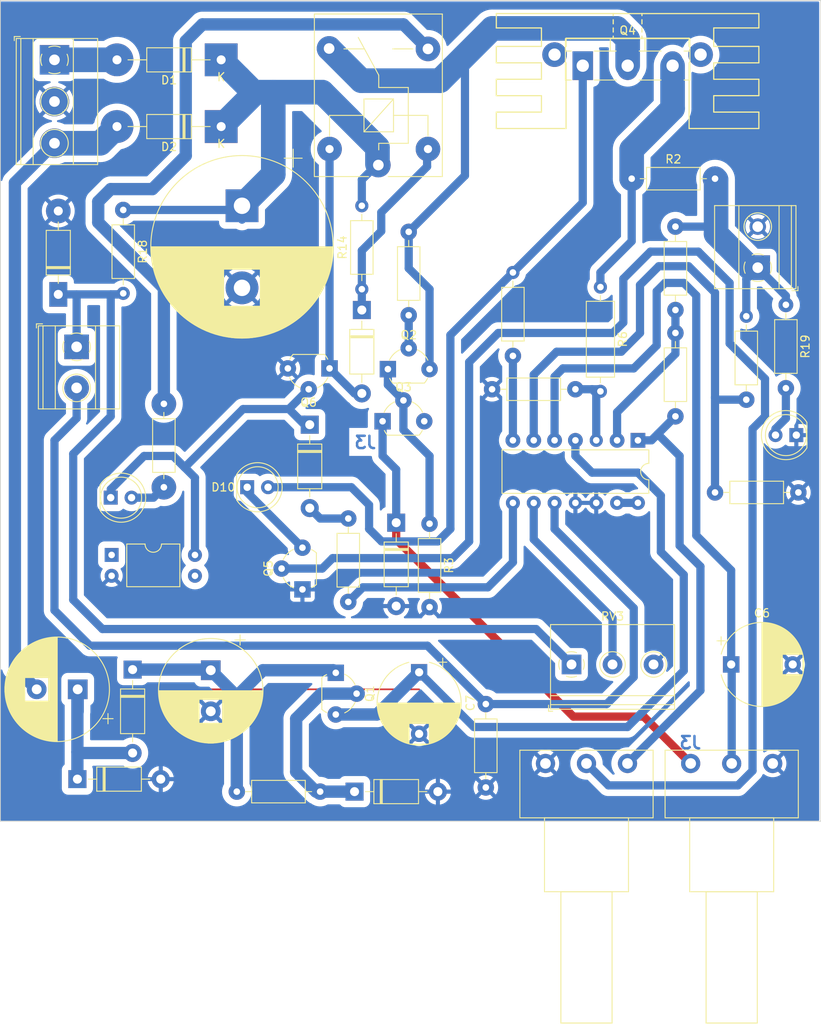
<source format=kicad_pcb>
(kicad_pcb (version 20221018) (generator pcbnew)
  (layers (0 "F.Cu" jumper) (31 "B.Cu" signal) (34 "B.Paste" user) (35 "F.Paste" user) (36 "B.SilkS" user "B.Silkscreen") (37 "F.SilkS" user "F.Silkscreen") (38 "B.Mask" user) (39 "F.Mask" user) (44 "Edge.Cuts" user))
  (net 0 "")
  (net 1 "V_ret")
  (net 2 "GND")
  (net 3 "Net-(D3-A)")
  (net 4 "/V_in-")
  (net 5 "Net-(D3-K)")
  (net 6 "VCC")
  (net 7 "/V_in+")
  (net 8 "Net-(D7-K)")
  (net 9 "Net-(D7-A)")
  (net 10 "Net-(D8-A)")
  (net 11 "/V_Ref_T")
  (net 12 "Net-(Q2-C)")
  (net 13 "Net-(Q2-B)")
  (net 14 "Net-(Q2-E)")
  (net 15 "/V_out")
  (net 16 "Net-(U1A-+)")
  (net 17 "Net-(U1A--)")
  (net 18 "V_ref")
  (net 19 "Net-(R11-Pad1)")
  (net 20 "/V_Vmax")
  (net 21 "Net-(D11-K)")
  (net 22 "Net-(D10-K)")
  (net 23 "NO")
  (net 24 "V_ntc")
  (net 25 "/V_shant")
  (net 28 "Net-(U1D--)")
  (net 29 "/V_max_A")
  (net 30 "/V_dif_op")
  (net 31 "/V_ref_VCC")
  (net 32 "/V_Led_Lrg")
  (net 33 "/V_Led_Red")
  (net 34 "/V_Led_G")
  (net 35 "/V_op_T")
  (net 36 "/V_Vmax-")
  (net 37 "/V_max_T")
  (footprint "Capacitor_THT:CP_Radial_D10.0mm_P7.50mm" (layer "F.Cu") (at 66.04 89.854323 -90)
    (fp_text reference "C7" (at 3.75 -6.25 90) (layer "F.SilkS"))
    (fp_text value "100n")
    (pad "1" thru_hole rect (at 0 0 270) (size 2 2) (drill 1) (layers "*.Cu" "*.Mask") (net 6 "VCC"))
    (pad "2" thru_hole circle (at 7.5 0 270) (size 2 2) (drill 1) (layers "*.Cu" "*.Mask") (net 2 "GND"))
  )
  (footprint "Diode_THT:D_DO-41_SOD81_P12.70mm_Horizontal" (layer "F.Cu") (at 41.91 23.368 180)
    (fp_text reference "D2" (at 6.35 -2.47 180) (layer "F.SilkS"))
    (fp_text value "1N4007")
    (fp_text user "K" (at 0 -2.1 180) (layer "F.SilkS"))
    (pad "1" thru_hole rect (at 0 0 180) (size 4 4) (drill 1.1) (layers "*.Cu" "*.Mask") (net 1 "V_ret"))
    (pad "2" thru_hole circle (at 12.7 0 180) (size 4 4) (drill 1.1) (layers "*.Cu" "*.Mask") (net 4 "/V_in-"))
  )
  (footprint "Package_TO_SOT_THT:TO-92L_Wide" (layer "F.Cu") (at 51.816 79.756 90)
    (fp_text reference "Q5" (at 2.55 -4.15 90) (layer "F.SilkS"))
    (fp_text value "2N7000")
    (pad "1" thru_hole rect (at 0 0 90) (size 2 2) (drill 0.8) (layers "*.Cu" "*.Mask") (net 2 "GND"))
    (pad "2" thru_hole circle (at 2.54 -2.54 90) (size 2 2) (drill 0.8) (layers "*.Cu" "*.Mask") (net 29 "/V_max_A"))
    (pad "3" thru_hole circle (at 5.08 0 90) (size 2 2) (drill 0.8) (layers "*.Cu" "*.Mask") (net 22 "Net-(D10-K)"))
  )
  (footprint "Diode_THT:D_DO-41_SOD81_P10.16mm_Horizontal" (layer "F.Cu") (at 31.115 89.525959 -90)
    (fp_text reference "D3" hide)
    (fp_text value "1N4007" hide)
    (pad "1" thru_hole rect (at 0 0 270) (size 2.2 2.2) (drill 1.1) (layers "*.Cu" "*.Mask") (net 5 "Net-(D3-K)"))
    (pad "2" thru_hole oval (at 10.16 0 270) (size 2.2 2.2) (drill 1.1) (layers "*.Cu" "*.Mask") (net 3 "Net-(D3-A)"))
  )
  (footprint "Resistor_THT:R_Axial_DIN0207_L6.3mm_D2.5mm_P10.16mm_Horizontal" (layer "F.Cu") (at 43.815 104.394)
    (fp_text reference "R1" hide)
    (fp_text value "1k")
    (pad "1" thru_hole circle (at 0 0) (size 2 2) (drill 0.8) (layers "*.Cu" "*.Mask") (net 5 "Net-(D3-K)"))
    (pad "2" thru_hole circle (at 10.16 0) (size 2 2) (drill 0.8) (layers "*.Cu" "*.Mask") (net 31 "/V_ref_VCC"))
  )
  (footprint "Package_TO_SOT_THT:TO-92L_Wide" (layer "F.Cu") (at 61.585 59.27)
    (fp_text reference "Q3" (at 2.55 -4.15) (layer "F.SilkS"))
    (fp_text value "BC556")
    (pad "1" thru_hole rect (at 0 0) (size 2 2) (drill 0.8) (layers "*.Cu" "*.Mask") (net 18 "V_ref"))
    (pad "2" thru_hole circle (at 2.54 -2.54) (size 2 2) (drill 0.8) (layers "*.Cu" "*.Mask") (net 12 "Net-(Q2-C)"))
    (pad "3" thru_hole circle (at 5.08 0) (size 2 2) (drill 0.8) (layers "*.Cu" "*.Mask") (net 13 "Net-(Q2-B)"))
  )
  (footprint "Resistor_THT:R_Axial_DIN0207_L6.3mm_D2.5mm_P10.16mm_Horizontal" (layer "F.Cu") (at 110.744 45.085 -90)
    (fp_text reference "R19" (at 5.08 -2.37 90) (layer "F.SilkS"))
    (fp_text value "R" hide)
    (pad "1" thru_hole circle (at 0 0 270) (size 1.8 1.8) (drill 0.8) (layers "*.Cu" "*.Mask") (net 15 "/V_out"))
    (pad "2" thru_hole circle (at 10.16 0 270) (size 2 2) (drill 0.8) (layers "*.Cu" "*.Mask") (net 34 "/V_Led_G"))
  )
  (footprint "Resistor_THT:R_Axial_DIN0207_L6.3mm_D2.5mm_P10.16mm_Horizontal" (layer "F.Cu") (at 97.282 35.56 -90)
    (fp_text reference "R7" hide)
    (fp_text value "R" hide)
    (pad "1" thru_hole circle (at 0 0 270) (size 2 2) (drill 0.8) (layers "*.Cu" "*.Mask") (net 15 "/V_out"))
    (pad "2" thru_hole circle (at 10.16 0 270) (size 2 2) (drill 0.8) (layers "*.Cu" "*.Mask") (net 17 "Net-(U1A--)"))
  )
  (footprint "Potentiometer_THT:Potentiometer_Piher_PC-16_Single_Horizontal" (layer "F.Cu") (at 99.14 100.965 -90)
    (fp_text reference "RV1" hide)
    (fp_text value "R_Potentiometer" hide)
    (pad "1" thru_hole circle (at 0 0 270) (size 2.34 2.34) (drill 1.3) (layers "*.Cu" "*.Mask") (net 18 "V_ref"))
    (pad "2" thru_hole circle (at 0 -5 270) (size 2.34 2.34) (drill 1.3) (layers "*.Cu" "*.Mask") (net 20 "/V_Vmax"))
    (pad "3" thru_hole circle (at 0 -10 270) (size 2.34 2.34) (drill 1.3) (layers "*.Cu" "*.Mask") (net 2 "GND"))
  )
  (footprint "Capacitor_THT:CP_Radial_D12.5mm_P5.00mm" (layer "F.Cu") (at 40.64 89.605959 -90)
    (fp_text reference "C3" hide)
    (fp_text value "330u" hide)
    (pad "1" thru_hole rect (at 0 0 270) (size 2.4 2.4) (drill 1.2) (layers "*.Cu" "*.Mask") (net 5 "Net-(D3-K)"))
    (pad "2" thru_hole circle (at 5 0 270) (size 2.4 2.4) (drill 1.2) (layers "*.Cu" "*.Mask") (net 2 "GND"))
  )
  (footprint "Resistor_THT:R_Axial_DIN0207_L6.3mm_D2.5mm_P10.16mm_Horizontal" (layer "F.Cu") (at 57.404 81.28 90)
    (fp_text reference "R16" hide)
    (fp_text value "R" hide)
    (pad "1" thru_hole circle (at 0 0 90) (size 2 2) (drill 0.8) (layers "*.Cu" "*.Mask") (net 35 "/V_op_T"))
    (pad "2" thru_hole circle (at 10.16 0 90) (size 2 2) (drill 0.8) (layers "*.Cu" "*.Mask") (net 10 "Net-(D8-A)"))
  )
  (footprint "Package_DIP:DIP-14_W7.62mm" (layer "F.Cu") (at 92.71 61.595 -90)
    (fp_text reference "U1" hide)
    (fp_text value "LM324" hide)
    (pad "1" thru_hole rect (at 0 0 270) (size 1.8 1.8) (drill 0.8) (layers "*.Cu" "*.Mask") (net 30 "/V_dif_op"))
    (pad "2" thru_hole oval (at 0 2.54 270) (size 1.8 1.8) (drill 0.8) (layers "*.Cu" "*.Mask") (net 17 "Net-(U1A--)"))
    (pad "3" thru_hole oval (at 0 5.08 270) (size 1.6 1.6) (drill 0.8) (layers "*.Cu" "*.Mask") (net 16 "Net-(U1A-+)"))
    (pad "4" thru_hole oval (at 0 7.62 270) (size 1.8 1.8) (drill 0.8) (layers "*.Cu" "*.Mask") (net 6 "VCC"))
    (pad "5" thru_hole oval (at 0 10.16 270) (size 1.8 1.8) (drill 0.8) (layers "*.Cu" "*.Mask") (net 20 "/V_Vmax"))
    (pad "6" thru_hole oval (at 0 12.7 270) (size 1.8 1.8) (drill 0.8) (layers "*.Cu" "*.Mask") (net 36 "/V_Vmax-"))
    (pad "7" thru_hole oval (at 0 15.24 270) (size 1.8 1.8) (drill 0.8) (layers "*.Cu" "*.Mask") (net 19 "Net-(R11-Pad1)"))
    (pad "8" thru_hole oval (at 7.62 15.24 270) (size 1.7 1.7) (drill 0.8) (layers "*.Cu" "*.Mask") (net 35 "/V_op_T"))
    (pad "9" thru_hole oval (at 7.62 12.7 270) (size 1.7 1.7) (drill 0.8) (layers "*.Cu" "*.Mask") (net 37 "/V_max_T"))
    (pad "10" thru_hole oval (at 7.62 10.16 270) (size 1.7 1.7) (drill 0.8) (layers "*.Cu" "*.Mask") (net 24 "V_ntc"))
    (pad "11" thru_hole oval (at 7.62 7.62 270) (size 1.6 1.6) (drill 0.8) (layers "*.Cu" "*.Mask") (net 2 "GND"))
    (pad "12" thru_hole oval (at 7.62 5.08 270) (size 1.7 1.7) (drill 0.8) (layers "*.Cu" "*.Mask") (net 2 "GND"))
    (pad "13" thru_hole oval (at 7.62 2.54 270) (size 1.7 1.7) (drill 0.8) (layers "*.Cu" "*.Mask") (net 28 "Net-(U1D--)"))
    (pad "14" thru_hole oval (at 7.62 0 270) (size 1.7 1.7) (drill 0.8) (layers "*.Cu" "*.Mask") (net 28 "Net-(U1D--)"))
  )
  (footprint "Resistor_THT:R_Axial_DIN0207_L6.3mm_D2.5mm_P10.16mm_Horizontal" (layer "F.Cu") (at 91.948 29.718)
    (fp_text reference "R2" (at 5.08 -2.37) (layer "F.SilkS"))
    (fp_text value "R_Small")
    (pad "1" thru_hole circle (at 0 0) (size 3 3) (drill 0.8) (layers "*.Cu" "*.Mask") (net 25 "/V_shant"))
    (pad "2" thru_hole circle (at 10.16 0) (size 3 3) (drill 0.8) (layers "*.Cu" "*.Mask") (net 15 "/V_out"))
  )
  (footprint "Resistor_THT:R_Axial_DIN0207_L6.3mm_D2.5mm_P10.16mm_Horizontal" (layer "F.Cu") (at 34.925 57.15 -90)
    (fp_text reference "R4" hide)
    (fp_text value "R" hide)
    (pad "1" thru_hole circle (at 0 0 270) (size 3 3) (drill 0.8) (layers "*.Cu" "*.Mask") (net 23 "NO"))
    (pad "2" thru_hole circle (at 10.16 0 270) (size 3 3) (drill 0.8) (layers "*.Cu" "*.Mask") (net 33 "/V_Led_Red"))
  )
  (footprint "TerminalBlock_Phoenix:TerminalBlock_Phoenix_MKDS-1,5-2_1x02_P5.00mm_Horizontal" (layer "F.Cu") (at 24.29 50.205 -90)
    (fp_text reference "J4" hide)
    (fp_text value "Screw_Terminal_01x02" hide)
    (pad "1" thru_hole rect (at 0 0 270) (size 3 3) (drill 1.3) (layers "*.Cu" "*.Mask") (net 11 "/V_Ref_T"))
    (pad "2" thru_hole circle (at 5 0 270) (size 3 3) (drill 1.3) (layers "*.Cu" "*.Mask") (net 24 "V_ntc"))
  )
  (footprint "Diode_THT:D_DO-41_SOD81_P10.16mm_Horizontal" (layer "F.Cu") (at 22.055 43.815 90)
    (fp_text reference "D9" hide)
    (fp_text value "1N53xxB" hide)
    (pad "1" thru_hole rect (at 0 0 90) (size 3 2.2) (drill 1.1) (layers "*.Cu" "*.Mask") (net 11 "/V_Ref_T"))
    (pad "2" thru_hole circle (at 10.16 0 90) (size 3 3) (drill 1.1) (layers "*.Cu" "*.Mask") (net 2 "GND"))
  )
  (footprint "Resistor_THT:R_Axial_DIN0207_L6.3mm_D2.5mm_P10.16mm_Horizontal" (layer "F.Cu") (at 74.168 93.726 -90)
    (fp_text reference "R13" hide)
    (fp_text value "R" hide)
    (pad "1" thru_hole circle (at 0 0 270) (size 2 2) (drill 0.8) (layers "*.Cu" "*.Mask") (net 24 "V_ntc"))
    (pad "2" thru_hole circle (at 10.16 0 270) (size 2 2) (drill 0.8) (layers "*.Cu" "*.Mask") (net 2 "GND"))
  )
  (footprint "Capacitor_THT:CP_Radial_D22.0mm_P10.00mm_SnapIn" (layer "F.Cu") (at 44.45 33.02 -90)
    (fp_text reference "C1" hide)
    (fp_text value "C_Polarized" hide)
    (pad "1" thru_hole rect (at 0 0 270) (size 4 4) (drill 2) (layers "*.Cu" "*.Mask") (net 1 "V_ret"))
    (pad "2" thru_hole circle (at 10 0 270) (size 4 4) (drill 2) (layers "*.Cu" "*.Mask") (net 2 "GND"))
  )
  (footprint "Capacitor_THT:CP_Radial_D12.5mm_P5.00mm" (layer "F.Cu") (at 24.421959 91.929918 180)
    (fp_text reference "C2" hide)
    (fp_text value "330u" hide)
    (pad "1" thru_hole rect (at 0 0 180) (size 2.4 2.4) (drill 1.2) (layers "*.Cu" "*.Mask") (net 3 "Net-(D3-A)"))
    (pad "2" thru_hole circle (at 5 0 180) (size 2.4 2.4) (drill 1.2) (layers "*.Cu" "*.Mask") (net 4 "/V_in-"))
  )
  (footprint "Diode_THT:D_DO-41_SOD81_P10.16mm_Horizontal" (layer "F.Cu") (at 59.055 45.72 -90)
    (fp_text reference "D7" hide)
    (fp_text value "1N4007" hide)
    (pad "1" thru_hole rect (at 0 0 270) (size 2.2 2.2) (drill 1.1) (layers "*.Cu" "*.Mask") (net 8 "Net-(D7-K)"))
    (pad "2" thru_hole oval (at 10.16 0 270) (size 2.2 2.2) (drill 1.1) (layers "*.Cu" "*.Mask") (net 9 "Net-(D7-A)"))
  )
  (footprint "Resistor_THT:R_Axial_DIN0207_L6.3mm_D2.5mm_P10.16mm_Horizontal" (layer "F.Cu") (at 67.31 71.755 -90)
    (fp_text reference "R3" (at 5.08 -2.37 90) (layer "F.SilkS"))
    (fp_text value "R")
    (pad "1" thru_hole circle (at 0 0 270) (size 2 2) (drill 0.8) (layers "*.Cu" "*.Mask") (net 12 "Net-(Q2-C)"))
    (pad "2" thru_hole circle (at 10.16 0 270) (size 2 2) (drill 0.8) (layers "*.Cu" "*.Mask") (net 2 "GND"))
  )
  (footprint "Diode_THT:D_DO-41_SOD81_P10.16mm_Horizontal" (layer "F.Cu") (at 63.246 71.628 -90)
    (fp_text reference "D6" hide)
    (fp_text value "1N53xxB" hide)
    (pad "1" thru_hole rect (at 0 0 270) (size 2.2 2.2) (drill 1.1) (layers "*.Cu" "*.Mask") (net 18 "V_ref"))
    (pad "2" thru_hole oval (at 10.16 0 270) (size 2.2 2.2) (drill 1.1) (layers "*.Cu" "*.Mask") (net 2 "GND"))
  )
  (footprint "Resistor_THT:R_Axial_DIN0207_L6.3mm_D2.5mm_P10.16mm_Horizontal" (layer "F.Cu") (at 105.918 46.482 -90)
    (fp_text reference "R12" hide)
    (fp_text value "R" hide)
    (pad "1" thru_hole circle (at 0 0 270) (size 1.6 1.6) (drill 0.8) (layers "*.Cu" "*.Mask") (net 15 "/V_out"))
    (pad "2" thru_hole circle (at 10.16 0 270) (size 2 2) (drill 0.8) (layers "*.Cu" "*.Mask") (net 36 "/V_Vmax-"))
  )
  (footprint "LED_THT:LED_D5.0mm" (layer "F.Cu") (at 28.443 68.58)
    (fp_text reference "D11" hide)
    (fp_text value "LED")
    (pad "1" thru_hole rect (at 0 0) (size 1.7 1.7) (drill 0.9) (layers "*.Cu" "*.Mask") (net 21 "Net-(D11-K)"))
    (pad "2" thru_hole circle (at 2.54 0) (size 1.7 1.7) (drill 0.9) (layers "*.Cu" "*.Mask") (net 33 "/V_Led_Red"))
  )
  (footprint "Resistor_THT:R_Axial_DIN0207_L6.3mm_D2.5mm_P10.16mm_Horizontal" (layer "F.Cu") (at 77.47 51.308 90)
    (fp_text reference "R11" hide)
    (fp_text value "R" hide)
    (pad "1" thru_hole circle (at 0 0 90) (size 2 2) (drill 0.8) (layers "*.Cu" "*.Mask") (net 19 "Net-(R11-Pad1)"))
    (pad "2" thru_hole circle (at 10.16 0 90) (size 1.6 1.6) (drill 0.8) (layers "*.Cu" "*.Mask") (net 32 "/V_Led_Lrg"))
  )
  (footprint "TerminalBlock_Phoenix:TerminalBlock_Phoenix_MKDS-1,5-3-5.08_1x03_P5.08mm_Horizontal" (layer "F.Cu") (at 21.59 15.24 -90)
    (fp_text reference "J1" hide)
    (fp_text value "Screw_Terminal_01x03" hide)
    (pad "1" thru_hole rect (at 0 0 270) (size 3.6 3.6) (drill 1.3) (layers "*.Cu" "*.Mask") (net 7 "/V_in+"))
    (pad "2" thru_hole circle (at 5.08 0 270) (size 3.6 3.6) (drill 1.3) (layers "*.Cu" "*.Mask") (net 2 "GND"))
    (pad "3" thru_hole circle (at 10.16 0 270) (size 3.6 3.6) (drill 1.3) (layers "*.Cu" "*.Mask") (net 4 "/V_in-"))
  )
  (footprint "Package_DIP:DIP-4_W10.16mm" (layer "F.Cu") (at 28.555 75.56)
    (fp_text reference "J2" hide)
    (fp_text value "Conn_02x02_Top_Bottom")
    (pad "1" thru_hole rect (at 0 0) (size 1.7 1.7) (drill 0.8) (layers "*.Cu" "*.Mask"))
    (pad "2" thru_hole circle (at 0 2.54) (size 1.7 1.7) (drill 0.8) (layers "*.Cu" "*.Mask") (net 2 "GND"))
    (pad "3" thru_hole circle (at 10.16 2.54) (size 1.7 1.7) (drill 0.8) (layers "*.Cu" "*.Mask"))
    (pad "4" thru_hole circle (at 10.16 0) (size 1.7 1.7) (drill 0.8) (layers "*.Cu" "*.Mask") (net 21 "Net-(D11-K)"))
  )
  (footprint "Diode_THT:D_DO-41_SOD81_P10.16mm_Horizontal" (layer "F.Cu") (at 52.705 59.69 -90)
    (fp_text reference "D8" hide)
    (fp_text value "1N4007" hide)
    (pad "1" thru_hole rect (at 0 0 270) (size 2.2 2.2) (drill 1.1) (layers "*.Cu" "*.Mask") (net 21 "Net-(D11-K)"))
    (pad "2" thru_hole oval (at 10.16 0 270) (size 2.2 2.2) (drill 1.1) (layers "*.Cu" "*.Mask") (net 10 "Net-(D8-A)"))
  )
  (footprint "LED_THT:LED_D5.0mm" (layer "F.Cu") (at 45.085 67.31)
    (fp_text reference "D10" (at -2.921 0) (layer "F.SilkS"))
    (fp_text value "LED" hide)
    (pad "1" thru_hole rect (at 0 0) (size 1.7 1.7) (drill 0.9) (layers "*.Cu" "*.Mask") (net 22 "Net-(D10-K)"))
    (pad "2" thru_hole circle (at 2.54 0) (size 1.7 1.7) (drill 0.9) (layers "*.Cu" "*.Mask") (net 32 "/V_Led_Lrg"))
  )
  (footprint "Resistor_THT:R_Axial_DIN0207_L6.3mm_D2.5mm_P10.16mm_Horizontal" (layer "F.Cu") (at 85.09 55.372 180)
    (fp_text reference "R8" hide)
    (fp_text value "R" hide)
    (pad "1" thru_hole circle (at 0 0 180) (size 2 2) (drill 0.8) (layers "*.Cu" "*.Mask") (net 16 "Net-(U1A-+)"))
    (pad "2" thru_hole circle (at 10.16 0 180) (size 2 2) (drill 0.8) (layers "*.Cu" "*.Mask") (net 2 "GND"))
  )
  (footprint "Package_TO_SOT_THT:TO-218-3_Vertical" (layer "F.Cu") (at 85.985 15.95)
    (fp_text reference "Q4" (at 5.475 -4.29) (layer "F.SilkS"))
    (fp_text value "IRF540N")
    (pad "1" thru_hole rect (at 0 0) (size 2.5 3.5) (drill 1.5) (layers "*.Cu" "*.Mask") (net 32 "/V_Led_Lrg"))
    (pad "2" thru_hole oval (at 5.475 0) (size 2.5 3.5) (drill 1.5) (layers "*.Cu" "*.Mask") (net 14 "Net-(Q2-E)"))
    (pad "3" thru_hole oval (at 10.95 0) (size 2.5 3.5) (drill 1.5) (layers "*.Cu" "*.Mask") (net 25 "/V_shant"))
  )
  (footprint "Resistor_THT:R_Axial_DIN0207_L6.3mm_D2.5mm_P10.16mm_Horizontal" (layer "F.Cu") (at 64.77 36.195 -90)
    (fp_text reference "R5" hide)
    (fp_text value "R" hide)
    (pad "1" thru_hole circle (at 0 0 270) (size 2 2) (drill 0.8) (layers "*.Cu" "*.Mask") (net 14 "Net-(Q2-E)"))
    (pad "2" thru_hole circle (at 10.16 0 270) (size 2 2) (drill 0.8) (layers "*.Cu" "*.Mask") (net 13 "Net-(Q2-B)"))
  )
  (footprint "LED_THT:LED_D5.0mm" (layer "F.Cu") (at 112.019 60.96 180)
    (fp_text reference "D12" hide)
    (fp_text value "LED" hide)
    (pad "1" thru_hole rect (at 0 0 180) (size 1.7 1.7) (drill 0.9) (layers "*.Cu" "*.Mask") (net 2 "GND"))
    (pad "2" thru_hole circle (at 2.54 0 180) (size 1.7 1.7) (drill 0.9) (layers "*.Cu" "*.Mask") (net 34 "/V_Led_G"))
  )
  (footprint "Package_TO_SOT_THT:TO-92L_Wide" (layer "F.Cu") (at 62.23 52.92)
    (fp_text reference "Q2" (at 2.55 -4.15) (layer "F.SilkS"))
    (fp_text value "BC556")
    (pad "1" thru_hole rect (at 0 0) (size 2 2) (drill 0.8) (layers "*.Cu" "*.Mask") (net 12 "Net-(Q2-C)"))
    (pad "2" thru_hole circle (at 2.54 -2.54) (size 2 2) (drill 0.8) (layers "*.Cu" "*.Mask") (net 13 "Net-(Q2-B)"))
    (pad "3" thru_hole circle (at 5.08 0) (size 2 2) (drill 0.8) (layers "*.Cu" "*.Mask") (net 14 "Net-(Q2-E)"))
  )
  (footprint "Diode_THT:D_DO-41_SOD81_P12.70mm_Horizontal" (layer "F.Cu") (at 41.91 15.24 180)
    (fp_text reference "D1" (at 6.35 -2.47 180) (layer "F.SilkS"))
    (fp_text value "1N4007")
    (fp_text user "K" (at 0 -2.1 180) (layer "F.SilkS"))
    (pad "1" thru_hole rect (at 0 0 180) (size 4 4) (drill 1.1) (layers "*.Cu" "*.Mask") (net 1 "V_ret"))
    (pad "2" thru_hole circle (at 12.7 0 180) (size 4 4) (drill 1.1) (layers "*.Cu" "*.Mask") (net 7 "/V_in+"))
  )
  (footprint "Resistor_THT:R_Axial_DIN0207_L6.3mm_D2.5mm_P10.16mm_Horizontal" (layer "F.Cu") (at 29.972 33.528 -90)
    (fp_text reference "R18" (at 5.08 -2.37 90) (layer "F.SilkS"))
    (fp_text value "R")
    (pad "1" thru_hole circle (at 0 0 270) (size 2 2) (drill 0.8) (layers "*.Cu" "*.Mask") (net 1 "V_ret"))
    (pad "2" thru_hole oval (at 10.16 0 270) (size 1.6 1.6) (drill 0.8) (layers "*.Cu" "*.Mask") (net 11 "/V_Ref_T"))
  )
  (footprint "Capacitor_THT:CP_Radial_D10.0mm_P7.50mm" (layer "F.Cu") (at 104.078323 88.9)
    (fp_text reference "C6" (at 3.75 -6.25) (layer "F.SilkS"))
    (fp_text value "10u")
    (pad "1" thru_hole rect (at 0 0) (size 2 2) (drill 1) (layers "*.Cu" "*.Mask") (net 20 "/V_Vmax"))
    (pad "2" thru_hole circle (at 7.5 0) (size 2 2) (drill 1) (layers "*.Cu" "*.Mask") (net 2 "GND"))
  )
  (footprint "Resistor_THT:R_Axial_DIN0207_L6.3mm_D2.5mm_P10.16mm_Horizontal" (layer "F.Cu") (at 102.108 67.945)
    (fp_text reference "R20" hide)
    (fp_text value "R" hide)
    (pad "1" thru_hole circle (at 0 0) (size 2 2) (drill 0.8) (layers "*.Cu" "*.Mask") (net 36 "/V_Vmax-"))
    (pad "2" thru_hole circle (at 10.16 0) (size 2 2) (drill 0.8) (layers "*.Cu" "*.Mask") (net 2 "GND"))
  )
  (footprint "TerminalBlock_Phoenix:TerminalBlock_Phoenix_MKDS-1,5-2_1x02_P5.00mm_Horizontal" (layer "F.Cu") (at 107.315 40.56 90)
    (fp_text reference "J3" hide)
    (fp_text value "Screw_Terminal_01x02")
    (pad "1" thru_hole rect (at 0 0 90) (size 3 3) (drill 1.3) (layers "*.Cu" "*.Mask") (net 15 "/V_out"))
    (pad "2" thru_hole circle (at 5 0 90) (size 2 2) (drill 1.3) (layers "*.Cu" "*.Mask") (net 2 "GND"))
  )
  (footprint "Package_TO_SOT_THT:TO-92L_Wide" (layer "F.Cu") (at 55.88 89.916 -90)
    (fp_text reference "Q1" (at 2.55 -4.15 -90) (layer "F.SilkS"))
    (fp_text value "BC547")
    (pad "1" thru_hole rect (at 0 0 270) (size 2 2) (drill 0.8) (layers "*.Cu" "*.Mask") (net 5 "Net-(D3-K)"))
    (pad "2" thru_hole circle (at 2.54 -2.54 270) (size 2 2) (drill 0.8) (layers "*.Cu" "*.Mask") (net 31 "/V_ref_VCC"))
    (pad "3" thru_hole circle (at 5.08 0 270) (size 2 2) (drill 0.8) (layers "*.Cu" "*.Mask") (net 6 "VCC"))
  )
  (footprint "Package_TO_SOT_THT:TO-92L_Wide" (layer "F.Cu") (at 55.118 52.832 180)
    (fp_text reference "Q6" (at 2.55 -4.15) (layer "F.SilkS"))
    (fp_text value "BC547")
    (pad "1" thru_hole rect (at 0 0 180) (size 2 2) (drill 0.8) (layers "*.Cu" "*.Mask") (net 9 "Net-(D7-A)"))
    (pad "2" thru_hole circle (at 2.54 -2.54 180) (size 2 2) (drill 0.8) (layers "*.Cu" "*.Mask") (net 21 "Net-(D11-K)"))
    (pad "3" thru_hole circle (at 5.08 0 180) (size 2 2) (drill 0.8) (layers "*.Cu" "*.Mask") (net 2 "GND"))
  )
  (footprint "TerminalBlock_Philmore:TerminalBlock_Philmore_TB133_1x03_P5.00mm_Horizontal" (layer "F.Cu") (at 84.615 88.9)
    (fp_text reference "RV3" (at 5 -5.86) (layer "F.SilkS"))
    (fp_text value "R_Potentiometer")
    (pad "1" thru_hole rect (at 0 0) (size 2.4 2.4) (drill 1.2) (layers "*.Cu" "*.Mask") (net 11 "/V_Ref_T"))
    (pad "2" thru_hole circle (at 5 0) (size 2.4 2.4) (drill 1.2) (layers "*.Cu" "*.Mask") (net 37 "/V_max_T"))
    (pad "3" thru_hole circle (at 10 0) (size 2.4 2.4) (drill 1.2) (layers "*.Cu" "*.Mask") (net 2 "GND"))
  )
  (footprint "Diode_THT:D_DO-41_SOD81_P10.16mm_Horizontal" (layer "F.Cu") (at 24.384 102.87)
    (fp_text reference "D4" hide)
    (fp_text value "1N4007" hide)
    (pad "1" thru_hole rect (at 0 0) (size 2.2 2.2) (drill 1.1) (layers "*.Cu" "*.Mask") (net 3 "Net-(D3-A)"))
    (pad "2" thru_hole oval (at 10.16 0) (size 2.2 2.2) (drill 1.1) (layers "*.Cu" "*.Mask") (net 2 "GND"))
  )
  (footprint "Heatsink:Heatsink_Stonecold_HS-132_32x14mm_2xFixation1.5mm" (layer "F.Cu") (at 91.45 14.605)
    (fp_text reference "HS1" hide)
    (fp_text value "Heatsink")
    (pad "1" thru_hole circle (at -8.9 0) (size 3 3) (drill 1.5) (layers "*.Cu" "*.Mask"))
    (pad "1" thru_hole circle (at 8.9 0) (size 3 3) (drill 1.5) (layers "*.Cu" "*.Mask"))
  )
  (footprint "Resistor_THT:R_Axial_DIN0207_L6.3mm_D2.5mm_P10.16mm_Horizontal" (layer "F.Cu") (at 97.282 48.514 -90)
    (fp_text reference "R9" hide)
    (fp_text value "R" hide)
    (pad "1" thru_hole circle (at 0 0 270) (size 2 2) (drill 0.8) (layers "*.Cu" "*.Mask") (net 17 "Net-(U1A--)"))
    (pad "2" thru_hole circle (at 10.16 0 270) (size 2 2) (drill 0.8) (layers "*.Cu" "*.Mask") (net 30 "/V_dif_op"))
  )
  (footprint "Resistor_THT:R_Axial_DIN0309_L9.0mm_D3.2mm_P12.70mm_Horizontal" (layer "F.Cu") (at 88.138 42.926 -90)
    (fp_text reference "R6" (at 6.35 -2.72 -90) (layer "F.SilkS"))
    (fp_text value "R")
    (pad "1" thru_hole circle (at 0 0 270) (size 1.6 1.6) (drill 0.8) (layers "*.Cu" "*.Mask") (net 25 "/V_shant"))
    (pad "2" thru_hole oval (at 12.7 0 270) (size 1.6 1.6) (drill 0.8) (layers "*.Cu" "*.Mask") (net 16 "Net-(U1A-+)"))
  )
  (footprint "Resistor_THT:R_Axial_DIN0207_L6.3mm_D2.5mm_P10.16mm_Horizontal" (layer "F.Cu") (at 59.055 43.18 90)
    (fp_text reference "R14" (at 5.08 -2.37 90) (layer "F.SilkS"))
    (fp_text value "100")
    (pad "1" thru_hole circle (at 0 0 90) (size 1.6 1.6) (drill 0.8) (layers "*.Cu" "*.Mask") (net 8 "Net-(D7-K)"))
    (pad "2" thru_hole oval (at 10.16 0 90) (size 1.6 1.6) (drill 0.8) (layers "*.Cu" "*.Mask") (net 1 "V_ret"))
  )
  (footprint "Relay_THT:Relay_SPDT_SANYOU_SRD_Series_Form_C" (layer "F.Cu") (at 61.068 28.058 90)
    (fp_text reference "K1" hide)
    (fp_text value "SANYOU_SRD_Form_C" hide)
    (pad "1" thru_hole circle (at 0 0 180) (size 3 3) (drill 1.3) (layers "*.Cu" "*.Mask") (net 1 "V_ret"))
    (pad "2" thru_hole circle (at 1.95 6.05 180) (size 3 3) (drill 1) (layers "*.Cu" "*.Mask") (net 8 "Net-(D7-K)"))
    (pad "3" thru_hole circle (at 14.15 6.05 180) (size 3 3) (drill 1.3) (layers "*.Cu" "*.Mask") (net 23 "NO"))
    (pad "4" thru_hole circle (at 14.2 -6 180) (size 3 3) (drill 1.3) (layers "*.Cu" "*.Mask") (net 14 "Net-(Q2-E)"))
    (pad "5" thru_hole circle (at 1.95 -5.95 180) (size 3 3) (drill 1) (layers "*.Cu" "*.Mask") (net 9 "Net-(D7-A)"))
  )
  (footprint "Diode_THT:D_DO-41_SOD81_P10.16mm_Horizontal" (layer "F.Cu") (at 58.166 104.394)
    (fp_text reference "D5" hide)
    (fp_text value "D_Zener" hide)
    (pad "1" thru_hole rect (at 0 0) (size 2.2 2.2) (drill 1.1) (layers "*.Cu" "*.Mask") (net 31 "/V_ref_VCC"))
    (pad "2" thru_hole oval (at 10.16 0) (size 2.2 2.2) (drill 1.1) (layers "*.Cu" "*.Mask") (net 2 "GND"))
  )
  (footprint "Potentiometer_THT:Potentiometer_Piher_PC-16_Single_Horizontal" (layer "F.Cu") (at 81.44 100.965 -90)
    (fp_text reference "RV2" hide)
    (fp_text value "R_Potentiometer")
    (pad "1" thru_hole circle (at 0 0 270) (size 2.34 2.34) (drill 1.3) (layers "*.Cu" "*.Mask") (net 2 "GND"))
    (pad "2" thru_hole circle (at 0 -5 270) (size 2.34 2.34) (drill 1.3) (layers "*.Cu" "*.Mask") (net 29 "/V_max_A"))
    (pad "3" thru_hole circle (at 0 -10 270) (size 2.34 2.34) (drill 1.3) (layers "*.Cu" "*.Mask") (net 30 "/V_dif_op"))
  )
  (gr_line (start 40.64 91.929918) (end 66.04 91.929918) (stroke (width 0.2)) (layer "F.Cu"))
  (gr_line (start 115 8) (end 15 8) (stroke (width 0.1)) (layer "Edge.Cuts"))
  (gr_line (start 15 8) (end 15 108) (stroke (width 0.1)) (layer "Edge.Cuts"))
  (gr_line (start 115 108) (end 115 8) (stroke (width 0.1)) (layer "Edge.Cuts"))
  (gr_line (start 115 108) (end 15 108) (stroke (width 0.1)) (layer "Edge.Cuts"))
  (gr_text "J3" (at 60.96 62.738) (layer "B.Cu") (effects (font (size 1.5 1.5) (thickness 0.3) bold) (justify left bottom mirror)))
  (gr_text "J3" (at 100.584 99.314) (layer "B.Cu") (effects (font (size 1.5 1.5) (thickness 0.3) bold) (justify left bottom mirror)))
  (segment (start 44.45 33.02) (end 43.942 33.528) (width 1) (layer "B.Cu") (net 1))
  (segment (start 41.91 23.368) (end 45.847 19.431) (width 3) (layer "B.Cu") (net 1))
  (segment (start 45.847 19.177) (end 54.229 19.177) (width 3) (layer "B.Cu") (net 1))
  (segment (start 44.069 17.399) (end 45.847 19.177) (width 3) (layer "B.Cu") (net 1))
  (segment (start 48.26 29.21) (end 48.26 19.177) (width 3) (layer "B.Cu") (net 1))
  (segment (start 41.91 15.24) (end 44.069 17.399) (width 3) (layer "B.Cu") (net 1))
  (segment (start 44.45 34.712169) (end 44.45 33.02) (width 1) (layer "B.Cu") (net 1))
  (segment (start 59.055 33.02) (end 59.055 29.845) (width 1) (layer "B.Cu") (net 1))
  (segment (start 44.45 33.02) (end 48.26 29.21) (width 3) (layer "B.Cu") (net 1))
  (segment (start 60.96 25.908) (end 60.96 27.94) (width 3) (layer "B.Cu") (net 1))
  (segment (start 54.229 19.177) (end 60.96 25.908) (width 3) (layer "B.Cu") (net 1))
  (segment (start 45.847 19.431) (end 45.847 19.177) (width 3) (layer "B.Cu") (net 1))
  (segment (start 59.055 29.845) (end 60.96 27.94) (width 1) (layer "B.Cu") (net 1))
  (segment (start 43.942 33.528) (end 29.972 33.528) (width 1) (layer "B.Cu") (net 1))
  (segment (start 24.421959 94.605959) (end 24.421959 91.929918) (width 1.5) (layer "B.Cu") (net 3))
  (segment (start 31.115 99.685959) (end 24.501959 99.685959) (width 1.5) (layer "B.Cu") (net 3))
  (segment (start 24.384 99.568) (end 24.384 102.87) (width 1.5) (layer "B.Cu") (net 3))
  (segment (start 24.501959 99.685959) (end 24.384 99.568) (width 1.5) (layer "B.Cu") (net 3))
  (segment (start 24.421959 91.929918) (end 24.384 91.967877) (width 1.5) (layer "B.Cu") (net 3))
  (segment (start 24.384 91.967877) (end 24.384 99.568) (width 1.5) (layer "B.Cu") (net 3))
  (segment (start 19.5825 92.090459) (end 16.764 89.271959) (width 1.5) (layer "B.Cu") (net 4))
  (segment (start 16.764 30.226) (end 21.59 25.4) (width 1.5) (layer "B.Cu") (net 4))
  (segment (start 16.764 89.271959) (end 16.764 30.226) (width 1.5) (layer "B.Cu") (net 4))
  (segment (start 21.595 25.405) (end 21.59 25.4) (width 1) (layer "B.Cu") (net 4))
  (segment (start 29.21 23.368) (end 27.178 25.4) (width 3) (layer "B.Cu") (net 4))
  (segment (start 27.178 25.4) (end 21.59 25.4) (width 3) (layer "B.Cu") (net 4))
  (segment (start 55.665 89.701) (end 55.569959 89.605959) (width 1.5) (layer "B.Cu") (net 5))
  (segment (start 31.115 89.525959) (end 40.56 89.525959) (width 1.5) (layer "B.Cu") (net 5))
  (segment (start 55.569959 89.605959) (end 46.99 89.605959) (width 1.5) (layer "B.Cu") (net 5))
  (segment (start 46.99 89.605959) (end 43.815 92.780959) (width 1.5) (layer "B.Cu") (net 5))
  (segment (start 43.815 92.780959) (end 43.815 95.457) (width 1.5) (layer "B.Cu") (net 5))
  (segment (start 43.815 95.457) (end 43.815 104.394) (width 1.5) (layer "B.Cu") (net 5))
  (segment (start 40.56 89.525959) (end 43.815 92.780959) (width 1.5) (layer "B.Cu") (net 5))
  (segment (start 92.71 65.532) (end 87.122 65.532) (width 1) (layer "B.Cu") (net 6))
  (segment (start 66.04 89.854323) (end 60.898323 94.996) (width 1.5) (layer "B.Cu") (net 6))
  (segment (start 60.898323 94.996) (end 55.88 94.996) (width 1.5) (layer "B.Cu") (net 6))
  (segment (start 72.705677 96.52) (end 91.44 96.52) (width 1) (layer "B.Cu") (net 6))
  (segment (start 85.09 63.5) (end 85.09 61.595) (width 1) (layer "B.Cu") (net 6))
  (segment (start 98.298 77.978) (end 95.504 75.184) (width 1) (layer "B.Cu") (net 6))
  (segment (start 91.44 96.52) (end 98.298 89.662) (width 1) (layer "B.Cu") (net 6))
  (segment (start 95.504 68.326) (end 92.71 65.532) (width 1) (layer "B.Cu") (net 6))
  (segment (start 66.04 89.854323) (end 72.705677 96.52) (width 1) (layer "B.Cu") (net 6))
  (segment (start 98.298 89.662) (end 98.298 77.978) (width 1) (layer "B.Cu") (net 6))
  (segment (start 95.504 75.184) (end 95.504 68.326) (width 1) (layer "B.Cu") (net 6))
  (segment (start 87.122 65.532) (end 85.09 63.5) (width 1) (layer "B.Cu") (net 6))
  (segment (start 21.59 15.24) (end 29.21 15.24) (width 3) (layer "B.Cu") (net 7))
  (segment (start 61.4225 36.1135) (end 59.055 38.481) (width 1) (layer "B.Cu") (net 8))
  (segment (start 59.055 45.72) (end 59.055 43.18) (width 1) (layer "B.Cu") (net 8))
  (segment (start 67.01 28.24) (end 61.4225 33.8275) (width 1) (layer "B.Cu") (net 8))
  (segment (start 67.01 25.99) (end 67.01 28.24) (width 1) (layer "B.Cu") (net 8))
  (segment (start 61.4225 33.8275) (end 61.4225 36.1135) (width 1) (layer "B.Cu") (net 8))
  (segment (start 59.055 38.481) (end 59.055 43.18) (width 1) (layer "B.Cu") (net 8))
  (segment (start 55.118 52.832) (end 58.166 55.88) (width 1) (layer "B.Cu") (net 9))
  (segment (start 55.118 26.108) (end 55.118 52.832) (width 1) (layer "B.Cu") (net 9))
  (segment (start 58.166 55.88) (end 59.055 55.88) (width 1) (layer "B.Cu") (net 9))
  (segment (start 53.975 71.12) (end 52.705 69.85) (width 1) (layer "B.Cu") (net 10))
  (segment (start 57.404 71.12) (end 53.975 71.12) (width 1) (layer "B.Cu") (net 10))
  (segment (start 23.876 81.026) (end 27.432 84.582) (width 1) (layer "B.Cu") (net 11))
  (segment (start 28.448 43.815) (end 28.448 58.674) (width 1) (layer "B.Cu") (net 11))
  (segment (start 23.876 63.246) (end 23.876 81.026) (width 1) (layer "B.Cu") (net 11))
  (segment (start 29.845 43.815) (end 28.448 43.815) (width 1) (layer "B.Cu") (net 11))
  (segment (start 29.21 43.815) (end 29.845 43.815) (width 1) (layer "B.Cu") (net 11))
  (segment (start 22.055 43.815) (end 29.21 43.815) (width 1) (layer "B.Cu") (net 11))
  (segment (start 80.297 84.582) (end 84.615 88.9) (width 1) (layer "B.Cu") (net 11))
  (segment (start 29.972 43.688) (end 29.845 43.815) (width 1) (layer "B.Cu") (net 11))
  (segment (start 27.432 84.582) (end 80.297 84.582) (width 1) (layer "B.Cu") (net 11))
  (segment (start 24.29 50.205) (end 24.29 43.815) (width 1) (layer "B.Cu") (net 11))
  (segment (start 28.448 58.674) (end 23.876 63.246) (width 1) (layer "B.Cu") (net 11))
  (segment (start 62.23 52.92) (end 62.23 54.835) (width 1) (layer "B.Cu") (net 12))
  (segment (start 62.23 54.835) (end 64.125 56.73) (width 1) (layer "B.Cu") (net 12))
  (segment (start 64.125 60.315) (end 67.31 63.5) (width 1) (layer "B.Cu") (net 12))
  (segment (start 64.125 56.73) (end 64.125 60.315) (width 1) (layer "B.Cu") (net 12))
  (segment (start 67.31 63.5) (end 67.31 71.755) (width 1) (layer "B.Cu") (net 12))
  (segment (start 66.665 59.27) (end 66.675 59.26) (width 1) (layer "B.Cu") (net 13))
  (segment (start 64.77 46.355) (end 64.77 50.38) (width 1) (layer "B.Cu") (net 13))
  (segment (start 74.949877 11.410123) (end 90.150123 11.410123) (width 3) (layer "B.Cu") (net 14))
  (segment (start 90.150123 11.410123) (end 91.46 12.72) (width 3) (layer "B.Cu") (net 14))
  (segment (start 67.31 52.92) (end 67.31 43.18) (width 1) (layer "B.Cu") (net 14))
  (segment (start 71.628 14.986) (end 71.501 14.859) (width 1) (layer "B.Cu") (net 14))
  (segment (start 55.068 13.858) (end 58.99 17.78) (width 3) (layer "B.Cu") (net 14))
  (segment (start 71.628 29.337) (end 71.628 14.986) (width 1) (layer "B.Cu") (net 14))
  (segment (start 91.46 12.72) (end 91.46 15.95) (width 3) (layer "B.Cu") (net 14))
  (segment (start 64.77 40.64) (end 64.77 36.195) (width 1) (layer "B.Cu") (net 14))
  (segment (start 67.31 43.18) (end 64.77 40.64) (width 1) (layer "B.Cu") (net 14))
  (segment (start 64.77 36.195) (end 71.628 29.337) (width 1) (layer "B.Cu") (net 14))
  (segment (start 54.96 13.74) (end 55.595 13.74) (width 1) (layer "B.Cu") (net 14))
  (segment (start 68.58 17.78) (end 74.949877 11.410123) (width 3) (layer "B.Cu") (net 14))
  (segment (start 58.99 17.78) (end 68.58 17.78) (width 3) (layer "B.Cu") (net 14))
  (segment (start 104.394 38.608) (end 102.235 36.449) (width 1) (layer "B.Cu") (net 15))
  (segment (start 102.235 29.845) (end 102.235 36.449) (width 3) (layer "B.Cu") (net 15))
  (segment (start 110.744 43.989) (end 107.315 40.56) (width 1) (layer "B.Cu") (net 15))
  (segment (start 103.378 37.592) (end 106.346 40.56) (width 3) (layer "B.Cu") (net 15))
  (segment (start 106.346 40.56) (end 107.315 40.56) (width 3) (layer "B.Cu") (net 15))
  (segment (start 105.918 46.482) (end 105.918 41.957) (width 1) (layer "B.Cu") (net 15))
  (segment (start 102.235 36.449) (end 103.378 37.592) (width 3) (layer "B.Cu") (net 15))
  (segment (start 101.346 35.56) (end 102.235 36.449) (width 1) (layer "B.Cu") (net 15))
  (segment (start 97.282 35.56) (end 101.346 35.56) (width 1) (layer "B.Cu") (net 15))
  (segment (start 110.744 45.085) (end 110.744 43.989) (width 1) (layer "B.Cu") (net 15))
  (segment (start 105.918 41.957) (end 107.315 40.56) (width 1) (layer "B.Cu") (net 15))
  (segment (start 102.108 29.718) (end 102.235 29.845) (width 3) (layer "B.Cu") (net 15))
  (segment (start 87.884 55.372) (end 88.138 55.626) (width 1) (layer "B.Cu") (net 16))
  (segment (start 87.63 55.88) (end 87.122 55.372) (width 1) (layer "B.Cu") (net 16))
  (segment (start 87.63 61.595) (end 87.63 55.88) (width 1) (layer "B.Cu") (net 16))
  (segment (start 85.09 55.372) (end 87.122 55.372) (width 1) (layer "B.Cu") (net 16))
  (segment (start 87.122 55.372) (end 87.884 55.372) (width 1) (layer "B.Cu") (net 16))
  (segment (start 97.282 48.514) (end 97.282 51.054) (width 1) (layer "B.Cu") (net 17))
  (segment (start 97.282 51.054) (end 90.17 58.166) (width 1) (layer "B.Cu") (net 17))
  (segment (start 97.282 45.72) (end 97.282 48.514) (width 1) (layer "B.Cu") (net 17))
  (segment (start 90.17 58.166) (end 90.17 61.595) (width 1) (layer "B.Cu") (net 17))
  (segment (start 93.425 95.25) (end 84.836 95.25) (width 1) (layer "F.Cu") (net 18))
  (segment (start 99.14 100.965) (end 93.425 95.25) (width 1) (layer "F.Cu") (net 18))
  (segment (start 84.836 95.25) (end 63.246 73.66) (width 1) (layer "F.Cu") (net 18))
  (segment (start 63.246 73.66) (end 63.246 71.628) (width 1) (layer "F.Cu") (net 18))
  (segment (start 63.246 71.628) (end 63.246 65.151) (width 1) (layer "B.Cu") (net 18))
  (segment (start 99.14 101.045) (end 99.06 100.965) (width 1) (layer "B.Cu") (net 18))
  (segment (start 61.585 63.49) (end 61.585 59.27) (width 1) (layer "B.Cu") (net 18))
  (segment (start 63.246 65.151) (end 61.585 63.49) (width 1) (layer "B.Cu") (net 18))
  (segment (start 99.14 101.6) (end 99.14 101.045) (width 1) (layer "B.Cu") (net 18))
  (segment (start 77.47 51.308) (end 77.47 61.595) (width 1) (layer "B.Cu") (net 19))
  (segment (start 94.996 50.038) (end 92.202 52.832) (width 1) (layer "B.Cu") (net 20))
  (segment (start 92.202 52.832) (end 83.566 52.832) (width 1) (layer "B.Cu") (net 20))
  (segment (start 82.55 53.848) (end 82.55 61.595) (width 1) (layer "B.Cu") (net 20))
  (segment (start 98.298 42.418) (end 96.012 42.418) (width 1) (layer "B.Cu") (net 20))
  (segment (start 104.078323 77.437864) (end 99.822 73.181541) (width 1) (layer "B.Cu") (net 20))
  (segment (start 104.14 88.961677) (end 104.078323 88.9) (width 1) (layer "B.Cu") (net 20))
  (segment (start 104.14 100.965) (end 104.14 88.961677) (width 1) (layer "B.Cu") (net 20))
  (segment (start 99.822 73.181541) (end 99.822 43.942) (width 1) (layer "B.Cu") (net 20))
  (segment (start 96.012 42.418) (end 94.996 43.434) (width 1) (layer "B.Cu") (net 20))
  (segment (start 99.822 43.942) (end 98.298 42.418) (width 1) (layer "B.Cu") (net 20))
  (segment (start 104.078323 88.9) (end 104.078323 77.437864) (width 1) (layer "B.Cu") (net 20))
  (segment (start 94.996 43.434) (end 94.996 50.038) (width 1) (layer "B.Cu") (net 20))
  (segment (start 83.566 52.832) (end 82.55 53.848) (width 1) (layer "B.Cu") (net 20))
  (segment (start 36.068 63.5) (end 37.465 64.897) (width 1) (layer "B.Cu") (net 21))
  (segment (start 52.08 59.065) (end 52.705 59.69) (width 1) (layer "B.Cu") (net 21))
  (segment (start 28.448 68.575) (end 28.448 67.564) (width 1) (layer "B.Cu") (net 21))
  (segment (start 44.577 57.785) (end 50.165 57.785) (width 1) (layer "B.Cu") (net 21))
  (segment (start 50.165 57.785) (end 52.07 59.69) (width 1) (layer "B.Cu") (net 21))
  (segment (start 38.715 75.56) (end 38.715 66.147) (width 1) (layer "B.Cu") (net 21))
  (segment (start 28.443 68.58) (end 28.448 68.575) (width 1) (layer "B.Cu") (net 21))
  (segment (start 28.448 67.564) (end 32.512 63.5) (width 1) (layer "B.Cu") (net 21))
  (segment (start 50.165 57.785) (end 52.578 55.372) (width 1) (layer "B.Cu") (net 21))
  (segment (start 38.715 66.147) (end 36.068 63.5) (width 1) (layer "B.Cu") (net 21))
  (segment (start 52.07 59.69) (end 52.705 59.69) (width 1) (layer "B.Cu") (net 21))
  (segment (start 32.512 63.5) (end 36.068 63.5) (width 1) (layer "B.Cu") (net 21))
  (segment (start 37.465 64.897) (end 44.577 57.785) (width 1) (layer "B.Cu") (net 21))
  (segment (start 45.085 67.945) (end 51.816 74.676) (width 1) (layer "B.Cu") (net 22))
  (segment (start 45.085 67.31) (end 45.085 67.945) (width 1) (layer "B.Cu") (net 22))
  (segment (start 34.925 43.053) (end 26.924 35.052) (width 1.5) (layer "B.Cu") (net 23))
  (segment (start 34.925 57.15) (end 34.925 43.053) (width 1.5) (layer "B.Cu") (net 23))
  (segment (start 64.132 10.922) (end 67.118 13.908) (width 1.5) (layer "B.Cu") (net 23))
  (segment (start 28.448 30.988) (end 33.528 30.988) (width 1.5) (layer "B.Cu") (net 23))
  (segment (start 37.592 26.924) (end 37.592 12.954) (width 1.5) (layer "B.Cu") (net 23))
  (segment (start 37.592 12.954) (end 39.624 10.922) (width 1.5) (layer "B.Cu") (net 23))
  (segment (start 26.924 35.052) (end 26.924 32.512) (width 1.5) (layer "B.Cu") (net 23))
  (segment (start 39.624 10.922) (end 64.132 10.922) (width 1.5) (layer "B.Cu") (net 23))
  (segment (start 33.528 30.988) (end 37.592 26.924) (width 1.5) (layer "B.Cu") (net 23))
  (segment (start 26.924 32.512) (end 28.448 30.988) (width 1.5) (layer "B.Cu") (net 23))
  (segment (start 67.056 86.614) (end 25.908 86.614) (width 1) (layer "B.Cu") (net 24))
  (segment (start 24.29 58.895) (end 24.29 55.205) (width 1) (layer "B.Cu") (net 24))
  (segment (start 82.55 72.39) (end 92.202 82.042) (width 1) (layer "B.Cu") (net 24))
  (segment (start 92.202 90.424) (end 88.9 93.726) (width 1) (layer "B.Cu") (net 24))
  (segment (start 82.55 69.215) (end 82.55 72.39) (width 1) (layer "B.Cu") (net 24))
  (segment (start 88.9 93.726) (end 74.168 93.726) (width 1) (layer "B.Cu") (net 24))
  (segment (start 21.59 61.595) (end 24.29 58.895) (width 1) (layer "B.Cu") (net 24))
  (segment (start 25.908 86.614) (end 21.59 82.296) (width 1) (layer "B.Cu") (net 24))
  (segment (start 21.59 82.296) (end 21.59 61.595) (width 1) (layer "B.Cu") (net 24))
  (segment (start 74.168 93.726) (end 67.056 86.614) (width 1) (layer "B.Cu") (net 24))
  (segment (start 92.202 82.042) (end 92.202 90.424) (width 1) (layer "B.Cu") (net 24))
  (segment (start 88.138 41.148) (end 88.138 42.926) (width 1) (layer "B.Cu") (net 25))
  (segment (start 91.948 26.162) (end 96.935 21.175) (width 3) (layer "B.Cu") (net 25))
  (segment (start 91.948 29.718) (end 91.948 26.162) (width 3) (layer "B.Cu") (net 25))
  (segment (start 91.948 37.338) (end 88.138 41.148) (width 1) (layer "B.Cu") (net 25))
  (segment (start 96.935 21.175) (end 96.935 15.95) (width 3) (layer "B.Cu") (net 25))
  (segment (start 91.948 29.718) (end 91.948 37.338) (width 1) (layer "B.Cu") (net 25))
  (segment (start 92.71 69.215) (end 90.17 69.215) (width 1) (layer "B.Cu") (net 28))
  (segment (start 86.44 100.965) (end 86.36 100.965) (width 1) (layer "B.Cu") (net 29))
  (segment (start 70.104 75.946) (end 72.136 73.914) (width 1) (layer "B.Cu") (net 29))
  (segment (start 72.136 52.07) (end 75.692 48.514) (width 1) (layer "B.Cu") (net 29))
  (segment (start 104.902 103.632) (end 89.107 103.632) (width 1) (layer "B.Cu") (net 29))
  (segment (start 108.204 54.102) (end 108.204 58.674) (width 1) (layer "B.Cu") (net 29))
  (segment (start 90.932 47.244) (end 90.932 41.91) (width 1) (layer "B.Cu") (net 29))
  (segment (start 89.107 103.632) (end 86.44 100.965) (width 1) (layer "B.Cu") (net 29))
  (segment (start 100.076 38.608) (end 103.886 42.418) (width 1) (layer "B.Cu") (net 29))
  (segment (start 103.886 49.784) (end 108.204 54.102) (width 1) (layer "B.Cu") (net 29))
  (segment (start 103.886 42.418) (end 103.886 49.784) (width 1) (layer "B.Cu") (net 29))
  (segment (start 49.276 77.216) (end 54.229 77.216) (width 1) (layer "B.Cu") (net 29))
  (segment (start 75.692 48.514) (end 89.662 48.514) (width 1) (layer "B.Cu") (net 29))
  (segment (start 108.204 58.674) (end 106.68 60.198) (width 1) (layer "B.Cu") (net 29))
  (segment (start 94.234 38.608) (end 100.076 38.608) (width 1) (layer "B.Cu") (net 29))
  (segment (start 72.136 73.914) (end 72.136 52.07) (width 1) (layer "B.Cu") (net 29))
  (segment (start 106.68 60.198) (end 106.68 101.854) (width 1) (layer "B.Cu") (net 29))
  (segment (start 54.229 77.216) (end 55.499 75.946) (width 1) (layer "B.Cu") (net 29))
  (segment (start 89.662 48.514) (end 90.932 47.244) (width 1) (layer "B.Cu") (net 29))
  (segment (start 90.932 41.91) (end 94.234 38.608) (width 1) (layer "B.Cu") (net 29))
  (segment (start 106.68 101.854) (end 104.902 103.632) (width 1) (layer "B.Cu") (net 29))
  (segment (start 55.499 75.946) (end 70.104 75.946) (width 1) (layer "B.Cu") (net 29))
  (segment (start 91.44 100.965) (end 100.33 92.075) (width 1) (layer "B.Cu") (net 30))
  (segment (start 100.33 92.075) (end 100.33 76.962) (width 1) (layer "B.Cu") (net 30))
  (segment (start 94.361 61.595) (end 92.71 61.595) (width 1) (layer "B.Cu") (net 30))
  (segment (start 100.33 76.962) (end 97.79 74.422) (width 1) (layer "B.Cu") (net 30))
  (segment (start 97.79 74.422) (end 97.79 63.5) (width 1) (layer "B.Cu") (net 30))
  (segment (start 97.79 63.5) (end 95.123 60.833) (width 1) (layer "B.Cu") (net 30))
  (segment (start 97.282 58.674) (end 94.361 61.595) (width 1) (layer "B.Cu") (net 30))
  (segment (start 51.054 101.981) (end 51.054 95.504) (width 1.5) (layer "B.Cu") (net 31))
  (segment (start 53.975 104.394) (end 58.166 104.394) (width 1.5) (layer "B.Cu") (net 31))
  (segment (start 51.054 95.504) (end 54.102 92.456) (width 1.5) (layer "B.Cu") (net 31))
  (segment (start 53.975 104.394) (end 53.467 104.394) (width 1.5) (layer "B.Cu") (net 31))
  (segment (start 54.102 92.456) (end 58.42 92.456) (width 1.5) (layer "B.Cu") (net 31))
  (segment (start 53.467 104.394) (end 51.054 101.981) (width 1.5) (layer "B.Cu") (net 31))
  (segment (start 61.468 73.914) (end 68.326 73.914) (width 1) (layer "B.Cu") (net 32))
  (segment (start 59.944 72.39) (end 61.468 73.914) (width 1) (layer "B.Cu") (net 32))
  (segment (start 85.985 32.633) (end 85.985 15.95) (width 1) (layer "B.Cu") (net 32))
  (segment (start 68.326 73.914) (end 69.85 72.39) (width 1) (layer "B.Cu") (net 32))
  (segment (start 77.47 41.148) (end 85.985 32.633) (width 1) (layer "B.Cu") (net 32))
  (segment (start 69.85 72.39) (end 69.85 48.768) (width 1) (layer "B.Cu") (net 32))
  (segment (start 57.785 67.31) (end 59.944 69.469) (width 1) (layer "B.Cu") (net 32))
  (segment (start 47.625 67.31) (end 57.785 67.31) (width 1) (layer "B.Cu") (net 32))
  (segment (start 69.85 48.768) (end 77.47 41.148) (width 1) (layer "B.Cu") (net 32))
  (segment (start 59.944 69.469) (end 59.944 72.39) (width 1) (layer "B.Cu") (net 32))
  (segment (start 33.655 68.58) (end 34.925 67.31) (width 1) (layer "B.Cu") (net 33))
  (segment (start 30.983 68.58) (end 33.655 68.58) (width 1) (layer "B.Cu") (net 33))
  (segment (start 109.479 60.193) (end 110.744 58.928) (width 1) (layer "B.Cu") (net 34))
  (segment (start 109.479 60.96) (end 109.479 60.193) (width 1) (layer "B.Cu") (net 34))
  (segment (start 110.744 58.928) (end 110.744 55.245) (width 1) (layer "B.Cu") (net 34))
  (segment (start 74.422 79.502) (end 59.182 79.502) (width 1) (layer "B.Cu") (net 35))
  (segment (start 59.182 79.502) (end 57.404 81.28) (width 1) (layer "B.Cu") (net 35))
  (segment (start 77.47 76.454) (end 74.422 79.502) (width 1) (layer "B.Cu") (net 35))
  (segment (start 77.47 69.215) (end 77.47 76.454) (width 1) (layer "B.Cu") (net 35))
  (segment (start 92.964 48.514) (end 92.964 42.672) (width 1) (layer "B.Cu") (net 36))
  (segment (start 82.804 50.8) (end 90.678 50.8) (width 1) (layer "B.Cu") (net 36))
  (segment (start 80.01 61.595) (end 80.01 53.594) (width 1) (layer "B.Cu") (net 36))
  (segment (start 102.108 43.607056) (end 102.108 56.388) (width 1) (layer "B.Cu") (net 36))
  (segment (start 90.678 50.8) (end 92.964 48.514) (width 1) (layer "B.Cu") (net 36))
  (segment (start 92.964 42.672) (end 95.25 40.386) (width 1) (layer "B.Cu") (net 36))
  (segment (start 98.886944 40.386) (end 102.108 43.607056) (width 1) (layer "B.Cu") (net 36))
  (segment (start 102.108 67.691) (end 102.108 56.388) (width 1) (layer "B.Cu") (net 36))
  (segment (start 80.01 53.594) (end 82.804 50.8) (width 1) (layer "B.Cu") (net 36))
  (segment (start 95.25 40.386) (end 98.886944 40.386) (width 1) (layer "B.Cu") (net 36))
  (segment (start 105.918 56.642) (end 102.362 56.642) (width 1) (layer "B.Cu") (net 36))
  (segment (start 102.362 56.642) (end 102.108 56.388) (width 1) (layer "B.Cu") (net 36))
  (segment (start 89.615 83.265) (end 89.615 88.9) (width 1) (layer "B.Cu") (net 37))
  (segment (start 80.01 73.66) (end 89.615 83.265) (width 1) (layer "B.Cu") (net 37))
  (segment (start 80.01 69.215) (end 80.01 73.66) (width 1) (layer "B.Cu") (net 37))
  (zone (net 2) (net_name "GND") (layer "B.Cu") (connect_pads (clearance 0.8)) (min_thickness 0.25) (fill yes (thermal_gap 0.5) (thermal_bridge_width 0.5))
    (polygon (pts (xy 14.986 8.128) (xy 114.808 8.128) (xy 114.808 107.95) (xy 14.986 107.95)))
  )
)
</source>
